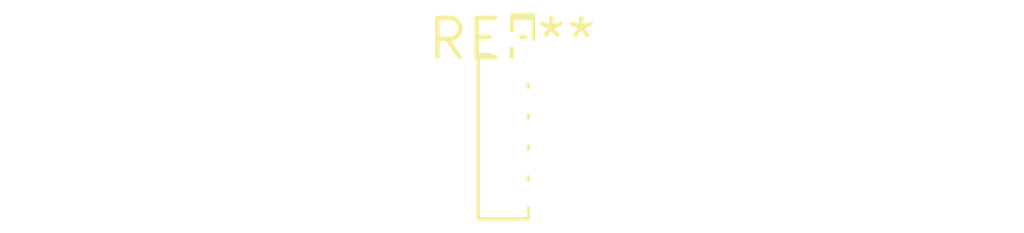
<source format=kicad_pcb>
(kicad_pcb (version 20240108) (generator pcbnew)
  (layers (0 "F.Cu" signal) (31 "B.Cu" signal) (34 "B.Paste" user) (35 "F.Paste" user) (36 "B.SilkS" user "B.Silkscreen") (37 "F.SilkS" user "F.Silkscreen") (38 "B.Mask" user) (39 "F.Mask" user) (44 "Edge.Cuts" user))
  (net 0 "")
  (footprint "PinSocket_1x06_P1.00mm_Vertical" (layer "F.Cu") (at 0 0)
    (property "Reference" "REF**")
    (property "Value" "PinSocket_1x06_P1.00mm_Vertical")
    (fp_line (start -1.1 0.5) (end -1.1 5.81) (layer "F.SilkS") (stroke (width 0.12)))
    (fp_line (start -1.1 0.5) (end -0.685 0.5) (layer "F.SilkS") (stroke (width 0.12)))
    (fp_line (start -1.1 5.81) (end 0.52 5.81) (layer "F.SilkS") (stroke (width 0.12)))
    (fp_line (start 0 -0.81) (end 0.685 -0.81) (layer "F.SilkS") (stroke (width 0.12)))
    (fp_line (start 0.52 1.445898) (end 0.52 1.554102) (layer "F.SilkS") (stroke (width 0.12)))
    (fp_line (start 0.52 2.445898) (end 0.52 2.554102) (layer "F.SilkS") (stroke (width 0.12)))
    (fp_line (start 0.52 3.445898) (end 0.52 3.554102) (layer "F.SilkS") (stroke (width 0.12)))
    (fp_line (start 0.52 4.445898) (end 0.52 4.554102) (layer "F.SilkS") (stroke (width 0.12)))
    (fp_line (start 0.52 5.445898) (end 0.52 5.81) (layer "F.SilkS") (stroke (width 0.12)))
    (fp_line (start 0.685 -0.81) (end 0.685 0) (layer "F.SilkS") (stroke (width 0.12)))
    (pad "1" thru_hole rect (at 0 0) (size 0.85 0.85) (drill 0.5) (layers *.Cu *.Mask) (remove_unused_layers))
    (pad "2" thru_hole oval (at 0 1) (size 0.85 0.85) (drill 0.5) (layers *.Cu *.Mask) (remove_unused_layers))
    (pad "3" thru_hole oval (at 0 2) (size 0.85 0.85) (drill 0.5) (layers *.Cu *.Mask) (remove_unused_layers))
    (pad "4" thru_hole oval (at 0 3) (size 0.85 0.85) (drill 0.5) (layers *.Cu *.Mask) (remove_unused_layers))
    (pad "5" thru_hole oval (at 0 4) (size 0.85 0.85) (drill 0.5) (layers *.Cu *.Mask) (remove_unused_layers))
    (pad "6" thru_hole oval (at 0 5) (size 0.85 0.85) (drill 0.5) (layers *.Cu *.Mask) (remove_unused_layers))
  )
)
</source>
